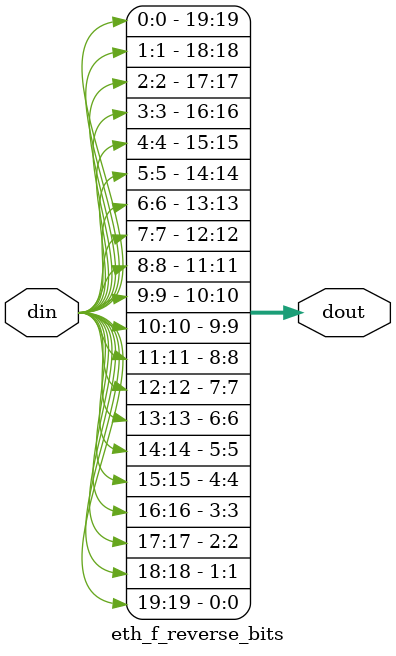
<source format=v>


`timescale 1 ps / 1 ps

module eth_f_reverse_bits #(
	parameter WIDTH = 20
)(
	input [WIDTH-1:0] din,
	output [WIDTH-1:0] dout
);

genvar i;
generate
	for (i=0; i<WIDTH; i=i+1) begin : lp
		assign dout[WIDTH-1-i] = din[i];		
	end
endgenerate

endmodule
// BENCHMARK INFO :  5SGXEA7N2F45C2
// BENCHMARK INFO :  Max depth :  0.0 LUTs
// BENCHMARK INFO :  Total registers : 0
// BENCHMARK INFO :  Total pins : 40
// BENCHMARK INFO :  Total virtual pins : 0
// BENCHMARK INFO :  Total block memory bits : 0
// BENCHMARK INFO :  Comb ALUTs :                         ; 1               ;       ;
// BENCHMARK INFO :  ALMs : 1 / 234,720 ( < 1 % )
`ifdef QUESTA_INTEL_OEM
`pragma questa_oem_00 "HEQcwkIk4AJUnyybgwol/5f4LNrpC62dnM4HE75Mb8kxROzHwkOVqUjjNakwyQUVn3rWDca7QqKGruQoj2QI6diWrHBuVPm2ePzJYe0opoRKRsrSLsozd6ihfZo7Y4AobDGlA0sx1RWdC2xxmhs6EhsIEYbW0OeABq8z3YlmhZOCNJP7S54htV6uHLAYjjaGmL7pkx5+dyKYUHnNRVlphInbKBlJ9OHWSVdDlWH+1XbXjb2IplDjLDZ4Ont7KC2SHtU3CMidLQFFzZsOKJcGASvsixhF1/5aA7x6E6JLchQh+z1GGQuvXX+llygrliWX2BMfF/nHwGhkNQYhQXGYCyu2qLC6M5MuRNV/aaKOQHxQ7MknmaBlv1q9Si4Wx4/z4lDk3TI26ZbQTuu10gzlCjvdE+X88C9SVI134SIeKsDTdTHOq3b2+KHLSyudnZ6b/LnbYjp2HtWScWyYy3GVBVcgu5hb+VvAnyrxYgzWwv66RKa9qz/vXMmHQrK4bNHT+KsxhjMD6LWAaObXM3To2gq1bp5NhdZMpORLCnoG3OEH8Q5JbTIPNSC3EJrqV0UAZpVREDiw1Htnlr0yHuvtS/HaZLb/Mml0T0Y5M/q27pb9zGJ8Dd8EgU6sUJ5urLxEx9Nnn7DIjxUI4w65JUOS4Jy5Z70eK9ytAweEP/NjzsLLckvwE/fjyc5CYFqGFW+X6uPgvYTaY7Pq2Xg/A2FguyIxeu8l1ePX5/Twtck17QrkYriOvuTBtqR4bDgRQpJJANr9szv4+H/SHgfymwZf60u3Qcmn4eB/ia2pIKctE2So/93KjSjjL1HnpWBox5orrOLGgoNTjkhrQVx0lcv0zSQ68vczVhQ6iG70TTVzpzjp1p9Ekv8xR8SP5ffjxb0KB7PnNFTEuHrIg9LGwk5JKnfU+AbpApgtsm0nZiBgxxU20Cq4KQtnNOPdDDo09OJDxxGTG52oGrB/a96U5KHo8Le+UYlo2Mu8+zYPO7QhLBJrNeOV+QjKiI64Jl+yzq+e"
`endif
</source>
